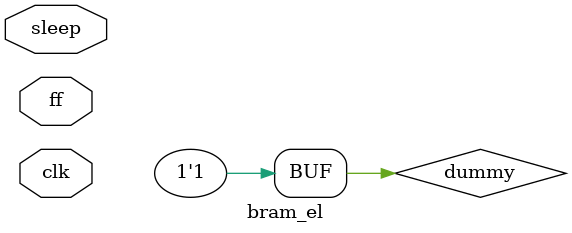
<source format=sv>

`default_nettype none

module bram_col #(
    parameter         C_FAMILY              = "no_family",
    parameter integer C_THROTTLE_MODE       = 1, // 1: clock throttling with BUFG, 0: throttle clock enable of sites FF input oscillator
    parameter integer N_BRAM                = 0, // N_BRAM max = 12
    parameter integer DISABLE_SIM_ASSERT    = 0
) (
    input wire clk,    // throttle if C_THROTTLE_MODE = 1
    input wire reset,
    input wire enable, // SW
    input wire tog_en  // throttle if C_THROTTLE_MODE = 0
);

    generate
        if (N_BRAM > 0) begin

            (*dont_touch ="true"*) logic sleep = 1'b1;
            // pipeline enable for replication
            always_ff @(posedge clk) begin
                if (reset) begin
                    sleep <= 1'b1;
                end else begin
                    sleep <= ~enable;
                end
            end

            (*dont_touch ="true"*) logic ff = 1'b0;
            always_ff @(posedge clk) begin
                if ((C_THROTTLE_MODE == 0) && (tog_en & enable)
                 || (C_THROTTLE_MODE == 1) && (enable)) begin
                    ff <= ~ff;
                end
            end

            for (genvar kk = 0; kk < N_BRAM; kk++) begin : genblk_bram
                bram_el #(
                    .C_FAMILY           ( C_FAMILY              ),
                    .DISABLE_SIM_ASSERT ( DISABLE_SIM_ASSERT    )
                ) u_bram_el (
                    .clk    ( clk   ),
                    .ff     ( ff    ),
                    .sleep  ( sleep )
                );
            end : genblk_bram

        end
    endgenerate

endmodule : bram_col

//-----------------------------------------------------------

module bram_el #(
    parameter         C_FAMILY           = "no_family",
    parameter integer DISABLE_SIM_ASSERT = 0
) (
    input  wire clk,
    input  wire ff,
    input  wire sleep
 );

    // Use this to suppress warning in simulation, don't care in RTL
    wire  dummy;
    generate
        if (DISABLE_SIM_ASSERT == 1) begin
            wire  dummy_comb = (~sleep);
            logic dummy_seq = 1'b0;
            logic dummy_seq_d = 1'b0;
            always_ff @(posedge clk) begin
                dummy_seq   <= dummy_comb;
                dummy_seq_d <= dummy_seq;
            end
            assign  dummy = dummy_comb & dummy_seq & dummy_seq_d; // Apply for some cycles
        end else begin
            assign  dummy = 1'b1;
        end
    endgenerate

    generate
        if (C_FAMILY == "versal") begin

           // RAMB36E5: 36K-bit Configurable Synchronous Block RAM
           //           Versal AI Core series
           // Xilinx HDL Language Template, version 2023.1

           (*dont_touch = "true"*) RAMB36E5 #(
              .BWE_MODE_B                   ( "PARITY_INDEPENDENT"  ), // Sets the byte-wide write enable feature in SDP mode
              .CASCADE_ORDER_A              ( "NONE"                ), // "FIRST", "MIDDLE", "LAST", "NONE"
              .CASCADE_ORDER_B              ( "NONE"                ), // "FIRST", "MIDDLE", "LAST", "NONE"
              .CLOCK_DOMAINS                ( "COMMON"              ), // "COMMON", "INDEPENDENT"
              .SIM_COLLISION_CHECK          ( "NONE"                ), // Collision check: "ALL", "GENERATE_X_ONLY", "NONE", "WARNING_ONLY"
              .DOA_REG                      ( 1                     ), // Optional output register (0, 1)
              .DOB_REG                      ( 1                     ), // Optional output register (0, 1)
              .EN_ECC_PIPE                  ( "FALSE"               ), // ECC pipeline register, "TRUE"/"FALSE"
              .EN_ECC_READ                  ( "FALSE"               ), // Enable ECC decoder, "TRUE"/"FALSE"
              .EN_ECC_WRITE                 ( "FALSE"               ), // Enable ECC encoder, "TRUE"/"FALSE"
              .INIT_FILE                    ( "NONE"                ), // Initialization File: RAM initialization file
              .PR_SAVE_DATA                 ( "FALSE"               ), // PartialReconfig: Skip initialization after partial reconfiguration
              .IS_ARST_A_INVERTED           ( 1'b0                  ), // Programmable Inversion Attributes: Specifies the use of the built-in programmable inversion
              .IS_ARST_B_INVERTED           ( 1'b0                  ), // Programmable Inversion Attributes: Specifies the use of the built-in programmable inversion
              .IS_CLKARDCLK_INVERTED        ( 1'b0                  ), // Programmable Inversion Attributes: Specifies the use of the built-in programmable inversion
              .IS_CLKBWRCLK_INVERTED        ( 1'b0                  ), // Programmable Inversion Attributes: Specifies the use of the built-in programmable inversion
              .IS_ENARDEN_INVERTED          ( 1'b0                  ), // Programmable Inversion Attributes: Specifies the use of the built-in programmable inversion
              .IS_ENBWREN_INVERTED          ( 1'b0                  ), // Programmable Inversion Attributes: Specifies the use of the built-in programmable inversion
              .IS_RSTRAMARSTRAM_INVERTED    ( 1'b0                  ), // Programmable Inversion Attributes: Specifies the use of the built-in programmable inversion
              .IS_RSTRAMB_INVERTED          ( 1'b0                  ), // Programmable Inversion Attributes: Specifies the use of the built-in programmable inversion
              .IS_RSTREGARSTREG_INVERTED    ( 1'b0                  ), // Programmable Inversion Attributes: Specifies the use of the built-in programmable inversion
              .IS_RSTREGB_INVERTED          ( 1'b0                  ), // Programmable Inversion Attributes: Specifies the use of the built-in programmable inversion
              .READ_WIDTH_A                 ( 72                    ), // Read width per port
              .WRITE_WIDTH_B                ( 72                    ), // Write width per port
              .RSTREG_PRIORITY_A            ( "RSTREG"              ), // Reset or enable priority ("RSTREG", "REGCE")
              .RSTREG_PRIORITY_B            ( "RSTREG"              ), // Reset or enable priority ("RSTREG", "REGCE")
              .RST_MODE_A                   ( "SYNC"                ), // Set synchronous or asynchronous reset.
              .RST_MODE_B                   ( "SYNC"                ), // Set synchronous or asynchronous reset.
              .SRVAL_A                      ( 36'h000000000         ), // Set/reset value for output
              .SRVAL_B                      ( 36'h000000000         ), // Set/reset value for output
              .SLEEP_ASYNC                  ( "FALSE"               ), // Sleep Async: Sleep function asynchronous or synchronous ("TRUE", "FALSE")
              .WRITE_MODE_A                 ( "READ_FIRST"          ), // WriteMode: "WRITE_FIRST", "NO_CHANGE", "READ_FIRST"
              .WRITE_MODE_B                 ( "READ_FIRST"          )  // WriteMode: "WRITE_FIRST", "NO_CHANGE", "READ_FIRST"
           ) bram_inst (
              // Cascade Signals outputs: Multi-BRAM cascade signals
              .CASDOUTA         (                   ), // 32-bit output: Port A cascade output data
              .CASDOUTB         (                   ), // 32-bit output: Port B cascade output data
              .CASDOUTPA        (                   ), // 4-bit output: Port A cascade output parity data
              .CASDOUTPB        (                   ), // 4-bit output: Port B cascade output parity data
              .CASOUTDBITERR    (                   ), // 1-bit output: DBITERR cascade output
              .CASOUTSBITERR    (                   ), // 1-bit output: SBITERR cascade output
              // ECC Signals outputs: Error Correction Circuitry ports
              .DBITERR          (                   ), // 1-bit output: Double bit error status
              .SBITERR          (                   ), // 1-bit output: Single bit error status
              // Port A Data outputs: Port A data
              .DOUTADOUT        (                   ), // 32-bit output: Port A Data/LSB data
              .DOUTPADOUTP      (                   ), // 4-bit output: Port A parity/LSB parity
              // Port B Data outputs: Port B dataA
              .DOUTBDOUT        (                   ), // 32-bit output: Port B data/MSB data
              .DOUTPBDOUTP      (                   ), // 4-bit output: Port B parity/MSB parity
              // Cascade Signals inputs: Multi-BRAM cascade signals
              .CASDINA          ( 32'b0             ), // 32-bit input: Port A cascade input data
              .CASDINB          ( 32'b0             ), // 32-bit input: Port B cascade input data
              .CASDINPA         ( 4'b0              ), // 4-bit input: Port A cascade input parity data
              .CASDINPB         ( 4'b0              ), // 4-bit input: Port B cascade input parity data
              .CASDOMUXA        ( 1'b0              ), // 1-bit input: Port A unregistered data (0=BRAM data, 1=CASDINA)
              .CASDOMUXB        ( 1'b0              ), // 1-bit input: Port B unregistered data (0=BRAM data, 1=CASDINB)
              .CASDOMUXEN_A     ( dummy             ), // 1-bit input: Port A unregistered output data enable
              .CASDOMUXEN_B     ( dummy             ), // 1-bit input: Port B unregistered output data enable
              .CASINDBITERR     ( 1'b0              ), // 1-bit input: DBITERR cascade input
              .CASINSBITERR     ( 1'b0              ), // 1-bit input: SBITERR cascade input
              .CASOREGIMUXA     ( 1'b0              ), // 1-bit input: Port A registered data (0=BRAM data, 1=CASDINA)
              .CASOREGIMUXB     ( 1'b0              ), // 1-bit input: Port B registered data (0=BRAM data, 1=CASDINB)
              .CASOREGIMUXEN_A  ( dummy             ), // 1-bit input: Port A registered output data enable
              .CASOREGIMUXEN_B  ( dummy             ), // 1-bit input: Port B registered output data enable
              // ECC Signals inputs: Error Correction Circuitry ports
              .ECCPIPECE        ( dummy             ), // 1-bit input: ECC Pipeline Register Enable
              .INJECTDBITERR    ( 1'b0              ), // 1-bit input: Inject a double-bit error
              .INJECTSBITERR    ( 1'b0              ),
              // Port A Address/Control Signals inputs: Port A address and control signals
              .ADDRARDADDR      ( {{9{ff}}, 3'b111} ), // 12-bit input: A/Read port address
              .ARST_A           ( 1'b0              ), // 1-bit input: Port A asynchronous reset
              .CLKARDCLK        ( clk               ), // 1-bit input: A/Read port clock
              .ENARDEN          ( dummy             ), // 1-bit input: Port A enable/Read enable
              .REGCEAREGCE      ( dummy             ), // 1-bit input: Port A register enable/Register enable
              .RSTRAMARSTRAM    ( 1'b0              ), // 1-bit input: Port A set/reset
              .RSTREGARSTREG    ( 1'b0              ), // 1-bit input: Port A register set/reset
              .SLEEP            ( sleep             ), // 1-bit input: Sleep Mode
              .WEA              ( {4{dummy}}        ), // 4-bit input: Port A write enable
              // Port A Data inputs: Port A data
              .DINADIN          ( {32{ff}}          ), // 32-bit input: Port A data/LSB data
              .DINPADINP        ( {4{ff}}           ), // 4-bit input: Port A parity/LSB parity
              // Port B Address/Control Signals inputs: Port B address and control signals
              .ADDRBWRADDR      ( {{9{ff}}, 3'b111} ), // 12-bit input: B/Write port address
              .ARST_B           ( 1'b0              ), // 1-bit input: Port B asynchronous reset
              .CLKBWRCLK        ( clk               ), // 1-bit input: B/Write port clock
              .ENBWREN          ( dummy             ), // 1-bit input: Port B enable/Write enable
              .REGCEB           ( dummy             ), // 1-bit input: Port B register enable
              .RSTRAMB          ( 1'b0              ), // 1-bit input: Port B set/reset
              .RSTREGB          ( 1'b0              ), // 1-bit input: Port B register set/reset
              .WEBWE            ( {9{dummy}}        ), // 9-bit input: Port B write enable/Write enable
              // Port B Data inputs: Port B data
              .DINBDIN          ( {32{ff}}          ), // 32-bit input: Port B data/MSB data
              .DINPBDINP        ( {4{ff}}           )  // 4-bit input: Port B parity/MSB parity
           );

        end else begin

            // RAMB36E2: 36K-bit Configurable Synchronous Block RAM
            //           Virtex UltraScale+
            // Xilinx HDL Language Template, version 2023.1

            (*dont_touch = "true"*) RAMB36E2 #(
                .CASCADE_ORDER_A            ( "NONE"        ), // "FIRST", "MIDDLE", "LAST", "NONE"
                .CASCADE_ORDER_B            ( "NONE"        ), // "FIRST", "MIDDLE", "LAST", "NONE"
                .CLOCK_DOMAINS              ( "COMMON"      ), // "COMMON", "INDEPENDENT"
                .DOB_REG                    ( 1             ), // Optional output register (0, 1)
                .SIM_COLLISION_CHECK        ( "NONE"        ), // Collision check: "ALL", "GENERATE_X_ONLY", "NONE", "WARNING_ONLY"
                .DOA_REG                    ( 1             ), // Optional output register (0, 1)
                .ENADDRENA                  ( "FALSE"       ), // Address enable pin enable, "TRUE", "FALSE"
                .ENADDRENB                  ( "FALSE"       ), // Address enable pin enable, "TRUE", "FALSE"
                .EN_ECC_PIPE                ( "FALSE"       ), // ECC pipeline register, "TRUE"/"FALSE"
                .EN_ECC_READ                ( "FALSE"       ), // Enable ECC decoder, "TRUE"/"FALSE"
                .EN_ECC_WRITE               ( "FALSE"       ), // Enable ECC encoder, "TRUE"/"FALSE"
                .IS_CLKARDCLK_INVERTED      ( 1'b0          ), // Programmable Inversion Attributes: Specifies the use of the built-in programmable inversion
                .IS_CLKBWRCLK_INVERTED      ( 1'b1          ), // Programmable Inversion Attributes: Specifies the use of the built-in programmable inversion
                .IS_ENARDEN_INVERTED        ( 1'b0          ), // Programmable Inversion Attributes: Specifies the use of the built-in programmable inversion
                .IS_ENBWREN_INVERTED        ( 1'b0          ), // Programmable Inversion Attributes: Specifies the use of the built-in programmable inversion
                .IS_RSTRAMARSTRAM_INVERTED  ( 1'b0          ), // Programmable Inversion Attributes: Specifies the use of the built-in programmable inversion
                .IS_RSTRAMB_INVERTED        ( 1'b0          ), // Programmable Inversion Attributes: Specifies the use of the built-in programmable inversion
                .IS_RSTREGARSTREG_INVERTED  ( 1'b0          ), // Programmable Inversion Attributes: Specifies the use of the built-in programmable inversion
                .IS_RSTREGB_INVERTED        ( 1'b0          ), // Programmable Inversion Attributes: Specifies the use of the built-in programmable inversion
                .RDADDRCHANGEA              ( "FALSE"       ), // Disable memory access when output value does not change ("TRUE", "FALSE")
                .RDADDRCHANGEB              ( "FALSE"       ), // Disable memory access when output value does not change ("TRUE", "FALSE")
                .READ_WIDTH_A               ( 72            ), // Read width per port
                .WRITE_WIDTH_B              ( 72            ), // Write width per port
                .RSTREG_PRIORITY_A          ( "RSTREG"      ), // Reset or enable priority ("RSTREG", "REGCE")
                .RSTREG_PRIORITY_B          ( "RSTREG"      ), // Reset or enable priority ("RSTREG", "REGCE")
                .SLEEP_ASYNC                ( "FALSE"       ), // Sleep Async: Sleep function asynchronous or synchronous ("TRUE", "FALSE")
                .WRITE_MODE_A               ( "READ_FIRST"  ), // WriteMode: "WRITE_FIRST", "NO_CHANGE", "READ_FIRST"
                .WRITE_MODE_B               ( "READ_FIRST"  )  // WriteMode: "WRITE_FIRST", "NO_CHANGE", "READ_FIRST"
            ) bram_inst (
                // Cascade Signals outputs: Multi-BRAM cascade signals

                .CASDOUTB           (               ), // 32-bit output: Port B cascade output data
                .CASDOUTA           (               ), // 32-bit output: Port A cascade output data
                .CASDOUTPA          (               ), // 4-bit  output: Port A cascade output parity data
                .CASDOUTPB          (               ), // 4-bit  output: Port B cascade output parity data
                .CASOUTDBITERR      (               ), // 1-bit  output: DBITERR cascade output
                .CASOUTSBITERR      (               ), // 1-bit  output: SBITERR cascade output
                // ECC Signals outputs: Error Correction Circuitry ports
                .DBITERR            (               ), // 1-bit  output: Double bit error status
                .ECCPARITY          (               ), // 8-bit  output: Generated error correction parity
                .RDADDRECC          (               ), // 9-bit  output: ECC Read Address
                .SBITERR            (               ), // 1-bit  output: Single bit error status
                // Port A Data outputs: Port A data
                .DOUTADOUT          (               ), // 32-bit output: Port A ata/LSB data
                .DOUTPADOUTP        (               ), // 4-bit  output: Port A parity/LSB parity
                // Port B Data outputs: Port B data
                .DOUTBDOUT          (               ), // 32-bit output: Port B data/MSB data
                .DOUTPBDOUTP        (               ), // 4-bit  output: Port B parity/MSB parity
                // Cascade Signals inputs: Multi-BRAM cascade signals
                .CASDIMUXA          ( 1'b0          ), // 1-bit  input: Port A input data (0=DINA, 1=CASDINA)
                .CASDIMUXB          ( 1'b0          ), // 1-bit  input: Port B input data (0=DINB, 1=CASDINB)
                .CASDINA            ( 32'b0         ), // 32-bit input: Port A cascade input data
                .CASDINB            ( 32'b0         ), // 32-bit input: Port B cascade input data
                .CASDINPA           ( 4'b0          ), // 4-bit  input: Port A cascade input parity data
                .CASDINPB           ( 4'b0          ), // 4-bit  input: Port B cascade input parity data
                .CASDOMUXA          ( 1'b0          ), // 1-bit  input: Port A unregistered data (0=BRAM data, 1=CASDINA)
                .CASDOMUXB          ( 1'b0          ), // 1-bit  input: Port B unregistered data (0=BRAM data, 1=CASDINB)
                .CASDOMUXEN_A       ( dummy         ), // 1-bit  input: Port A unregistered output data enable
                .CASDOMUXEN_B       ( dummy         ), // 1-bit  input: Port B unregistered output data enable
                .CASINDBITERR       ( 1'b0          ), // 1-bit  input: DBITERR cascade input
                .CASINSBITERR       ( 1'b0          ), // 1-bit  input: SBITERR cascade input
                .CASOREGIMUXA       ( 1'b0          ), // 1-bit  input: Port A registered data (0=BRAM data, 1=CASDINA)
                .CASOREGIMUXB       ( 1'b0          ), // 1-bit  input: Port B registered data (0=BRAM data, 1=CASDINB)
                .CASOREGIMUXEN_A    ( dummy         ), // 1-bit  input: Port A registered output data enable
                .CASOREGIMUXEN_B    ( dummy         ), // 1-bit  input: Port B registered output data enable
                // ECC Signals inputs: Error Correction Circuitry ports
                .ECCPIPECE          ( dummy         ), // 1-bit  input: ECC Pipeline Register Enable
                .INJECTDBITERR      ( 1'b0          ), // 1-bit  input: Inject a double bit error
                .INJECTSBITERR      ( 1'b0          ), // 1-bit  input: Inject a single bit error
                // Port A Address/Control Signals inputs: Port A address and control signals
                .ADDRARDADDR        ( {15{ff}}      ), // 15-bit input: A/Read port address
                .ADDRENA            ( dummy         ), // 1-bit  input: Active-High A/Read port address enable
                .CLKARDCLK          ( clk           ), // 1-bit  input: A/Read port clock
                .ENARDEN            ( dummy         ), // 1-bit  input: Port A enable/Read enable
                .REGCEAREGCE        ( dummy         ), // 1-bit  input: Port A register enable/Register enable
                .RSTRAMARSTRAM      ( 1'b0          ), // 1-bit  input: Port A set/reset
                .RSTREGARSTREG      ( 1'b0          ), // 1-bit  input: Port A register set/reset
                .SLEEP              ( sleep         ), // 1-bit  input: Sleep Mode
                .WEA                ( {4{dummy}}    ), // 4-bit input: Port A byte-wide write enable. When used as SDP memory, this port is not used.
                // Port A Data inputs: Port A data
                .DINADIN            ( {32{ff}}      ), // 32-bit input: Port B data/MSB data
                .DINPADINP          ( {4{ff}}       ), // 4-bit  input: Port B parity/MSB parity
                // Port B Address/Control Signals inputs: Port B address and control signals
                .ADDRBWRADDR        ( {15{ff}}      ), // 15-bit input: B/Write port address
                .ADDRENB            ( dummy         ), // 1-bit  input: Active-High B/Write port address enable
                .CLKBWRCLK          ( clk           ), // 1-bit  input: B/Write port clock
                .ENBWREN            ( dummy         ), // 1-bit  input: Port B enable/Write enable
                .REGCEB             ( dummy         ), // 1-bit  input: Port B register enable
                .RSTRAMB            ( 1'b0          ), // 1-bit  input: Port B set/reset
                .RSTREGB            ( 1'b0          ), // 1-bit  input: Port B register set/reset
                .WEBWE              ( {8{dummy}}    ), // 8-bit  input: Port B write enable/Write enable. In SDP mode, this is the byte-wide write enable.
                 // Port B Data inputs: Port B data
                .DINBDIN            ( {32{ff}}      ), // 32-bit input: Port B data/MSB data
                .DINPBDINP          ( {4{ff}}       )  // 4-bit  input: Port B parity/MSB parity
            );

        end
    endgenerate

endmodule : bram_el
`default_nettype wire

</source>
